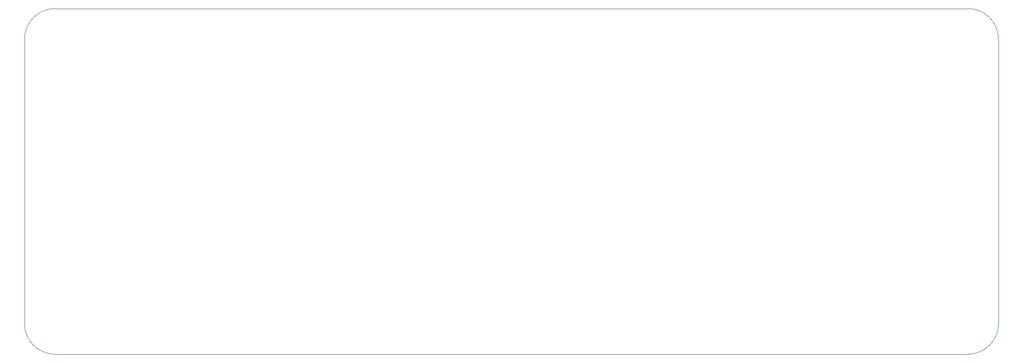
<source format=gbr>
%TF.GenerationSoftware,KiCad,Pcbnew,(5.1.6)-1*%
%TF.CreationDate,2020-09-17T14:23:21+02:00*%
%TF.ProjectId,USB_PD_PSU,5553425f-5044-45f5-9053-552e6b696361,rev?*%
%TF.SameCoordinates,Original*%
%TF.FileFunction,Profile,NP*%
%FSLAX46Y46*%
G04 Gerber Fmt 4.6, Leading zero omitted, Abs format (unit mm)*
G04 Created by KiCad (PCBNEW (5.1.6)-1) date 2020-09-17 14:23:21*
%MOMM*%
%LPD*%
G01*
G04 APERTURE LIST*
%TA.AperFunction,Profile*%
%ADD10C,0.050000*%
%TD*%
G04 APERTURE END LIST*
D10*
X194056000Y-88646000D02*
G75*
G02*
X188976000Y-93726000I-5080000J0D01*
G01*
X188976000Y-36322000D02*
G75*
G02*
X194056000Y-41402000I0J-5080000D01*
G01*
X32512000Y-41402000D02*
G75*
G02*
X37592000Y-36322000I5080000J0D01*
G01*
X37592000Y-93726000D02*
G75*
G02*
X32512000Y-88646000I0J5080000D01*
G01*
X188976000Y-36322000D02*
X37592000Y-36322000D01*
X194056000Y-88646000D02*
X194056000Y-41402000D01*
X37592000Y-93726000D02*
X188976000Y-93726000D01*
X32512000Y-41402000D02*
X32512000Y-88646000D01*
M02*

</source>
